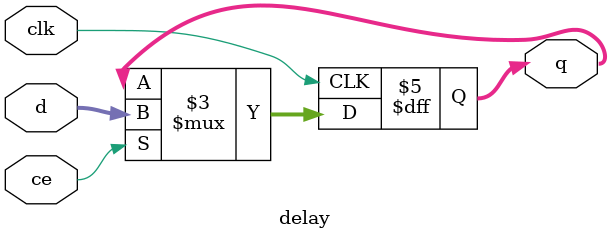
<source format=v>


//assign q=val;

//endmodule

module delay
# (
    parameter N = 3
)
(
    input clk,
    input ce,
    input [N-1:0]d,
    output reg [N-1:0]q
);

always @(posedge clk)
begin
    if(ce) begin q<=d; end
    else begin q<=q; end
end


endmodule

</source>
